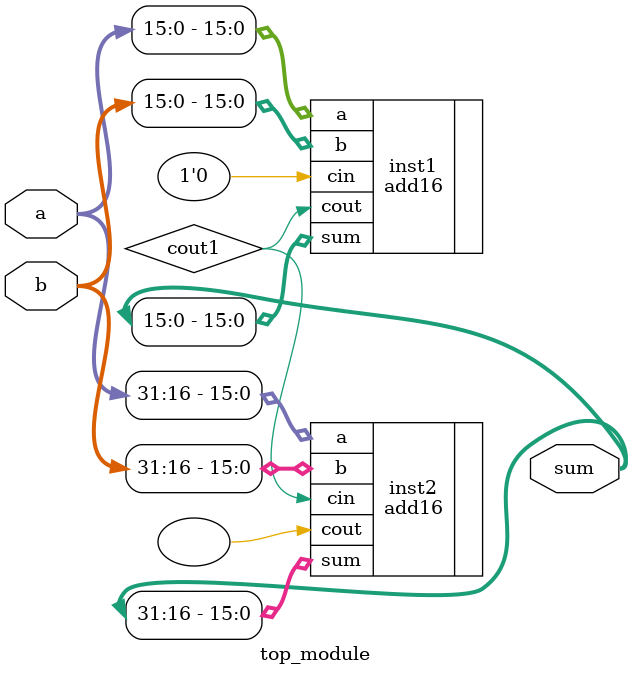
<source format=v>
module top_module (
    input  [31:0] a  ,
    input  [31:0] b  ,
    output [31:0] sum
);

    wire cout1;

    add16 inst1 (
        .a   (a[15:0]  ),
        .b   (b[15:0]  ),
        .cin (1'b0     ),
        .sum (sum[15:0]),
        .cout(cout1    )
    );

    add16 inst2 (
        .a   (a[31:16]  ),
        .b   (b[31:16]  ),
        .cin (cout1     ),
        .sum (sum[31:16]),
        .cout(          )
    );

endmodule

</source>
